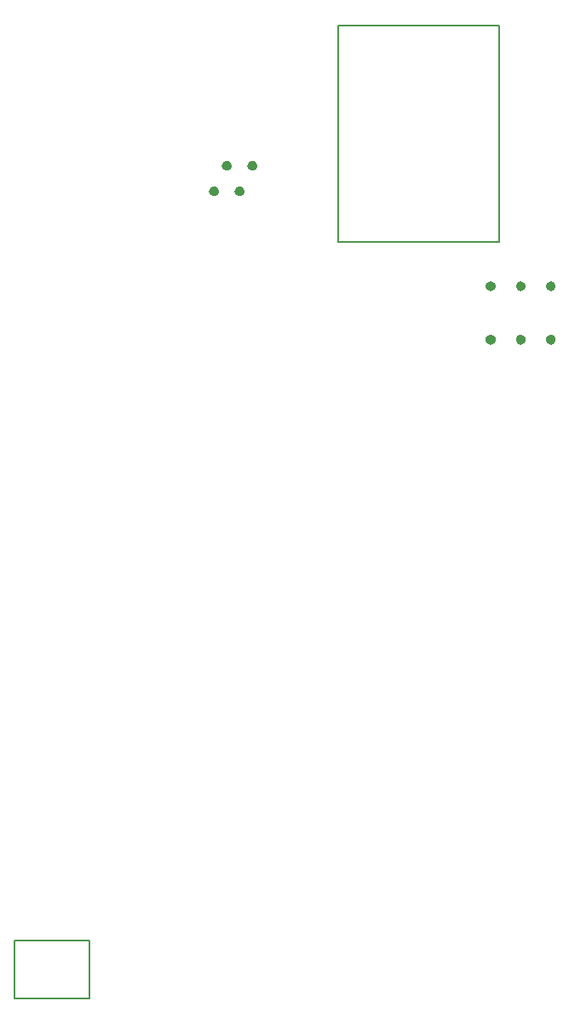
<source format=gm1>
G04*
G04 #@! TF.GenerationSoftware,Altium Limited,Altium Designer,21.6.4 (81)*
G04*
G04 Layer_Color=16711935*
%FSLAX25Y25*%
%MOIN*%
G70*
G04*
G04 #@! TF.SameCoordinates,94B67592-C5F0-476C-964B-405C66203207*
G04*
G04*
G04 #@! TF.FilePolarity,Positive*
G04*
G01*
G75*
%ADD13C,0.01968*%
%ADD15C,0.00787*%
D13*
X249343Y265501D02*
X248491Y265009D01*
Y264024D01*
X249343Y263532D01*
X250196Y264024D01*
Y265009D01*
X249343Y265501D01*
X248491Y265009D01*
Y264024D01*
X249343Y263532D01*
X250196Y264024D01*
Y265009D01*
X249343Y265501D01*
Y286367D02*
X248491Y285875D01*
Y284891D01*
X249343Y284398D01*
X250196Y284891D01*
Y285875D01*
X249343Y286367D01*
X248491Y285875D01*
Y284891D01*
X249343Y284398D01*
X250196Y284891D01*
Y285875D01*
X249343Y286367D01*
X237532Y265501D02*
X236680Y265009D01*
Y264024D01*
X237532Y263532D01*
X238385Y264024D01*
Y265009D01*
X237532Y265501D01*
X236680Y265009D01*
Y264024D01*
X237532Y263532D01*
X238385Y264024D01*
Y265009D01*
X237532Y265501D01*
Y286367D02*
X236680Y285875D01*
Y284891D01*
X237532Y284398D01*
X238385Y284891D01*
Y285875D01*
X237532Y286367D01*
X236680Y285875D01*
Y284891D01*
X237532Y284398D01*
X238385Y284891D01*
Y285875D01*
X237532Y286367D01*
X225721Y265501D02*
X224869Y265009D01*
Y264024D01*
X225721Y263532D01*
X226574Y264024D01*
Y265009D01*
X225721Y265501D01*
X224869Y265009D01*
Y264024D01*
X225721Y263532D01*
X226574Y264024D01*
Y265009D01*
X225721Y265501D01*
Y286367D02*
X224869Y285875D01*
Y284891D01*
X225721Y284398D01*
X226574Y284891D01*
Y285875D01*
X225721Y286367D01*
X224869Y285875D01*
Y284891D01*
X225721Y284398D01*
X226574Y284891D01*
Y285875D01*
X225721Y286367D01*
X116528Y322520D02*
X117020Y321668D01*
X118005D01*
X118497Y322520D01*
X118005Y323373D01*
X117020D01*
X116528Y322520D01*
X117020Y321668D01*
X118005D01*
X118497Y322520D01*
X118005Y323373D01*
X117020D01*
X116528Y322520D01*
X121528Y332521D02*
X122020Y331668D01*
X123005D01*
X123497Y332521D01*
X123005Y333373D01*
X122020D01*
X121528Y332521D01*
X122020Y331668D01*
X123005D01*
X123497Y332521D01*
X123005Y333373D01*
X122020D01*
X121528Y332521D01*
X126528Y322520D02*
X127021Y321668D01*
X128005D01*
X128497Y322520D01*
X128005Y323373D01*
X127021D01*
X126528Y322520D01*
X127021Y321668D01*
X128005D01*
X128497Y322520D01*
X128005Y323373D01*
X127021D01*
X126528Y322520D01*
X131528Y332521D02*
X132020Y331668D01*
X133005D01*
X133497Y332521D01*
X133005Y333373D01*
X132020D01*
X131528Y332521D01*
X132020Y331668D01*
X133005D01*
X133497Y332521D01*
X133005Y333373D01*
X132020D01*
X131528Y332521D01*
D15*
X39433Y6650D02*
X68567D01*
X39433D02*
Y29288D01*
X68567D01*
Y6650D02*
Y29288D01*
X166004Y387413D02*
X228996D01*
X166004Y302768D02*
Y387413D01*
Y302768D02*
X228996D01*
Y387413D01*
M02*

</source>
